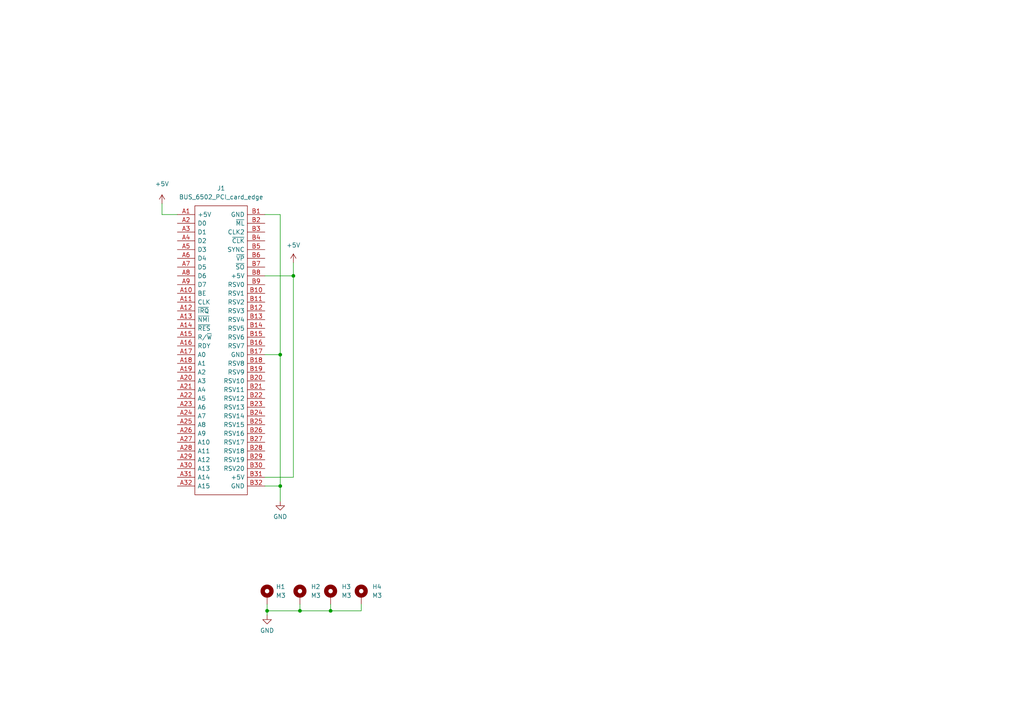
<source format=kicad_sch>
(kicad_sch (version 20211123) (generator eeschema)
  (paper "A4")
  (title_block (title "Eater 6502 - Card") (date "2023-03-01") (rev "0") (company "Microcode.io"))
  (lib_symbols
    (symbol "Eater6502_Bus:BUS_6502_PCI_card_edge" (pin_names (offset 0.762))
      (property "Reference" "J" (at 21.59 7.62 0))
      (property "Value" "BUS_6502_PCI_card_edge" (at 21.59 5.08 0))
      (symbol "BUS_6502_PCI_card_edge_0_0"
        (pin power_in line (at 0 0 0) (length 5.08) (name "+5V") (number "A1"))
        (pin bidirectional line (at 0 -22.86 0) (length 5.08) (name "BE") (number "A10"))
        (pin bidirectional line (at 0 -25.4 0) (length 5.08) (name "CLK") (number "A11"))
        (pin bidirectional line (at 0 -27.94 0) (length 5.08) (name "~{IRQ}") (number "A12"))
        (pin bidirectional line (at 0 -30.48 0) (length 5.08) (name "~{NMI}") (number "A13"))
        (pin bidirectional line (at 0 -33.02 0) (length 5.08) (name "~{RES}") (number "A14"))
        (pin bidirectional line (at 0 -35.56 0) (length 5.08) (name "R/~{W}") (number "A15"))
        (pin bidirectional line (at 0 -38.1 0) (length 5.08) (name "RDY") (number "A16"))
        (pin bidirectional line (at 0 -40.64 0) (length 5.08) (name "A0") (number "A17"))
        (pin bidirectional line (at 0 -43.18 0) (length 5.08) (name "A1") (number "A18"))
        (pin bidirectional line (at 0 -45.72 0) (length 5.08) (name "A2") (number "A19"))
        (pin bidirectional line (at 0 -2.54 0) (length 5.08) (name "D0") (number "A2"))
        (pin bidirectional line (at 0 -48.26 0) (length 5.08) (name "A3") (number "A20"))
        (pin bidirectional line (at 0 -50.8 0) (length 5.08) (name "A4") (number "A21"))
        (pin bidirectional line (at 0 -53.34 0) (length 5.08) (name "A5") (number "A22"))
        (pin bidirectional line (at 0 -55.88 0) (length 5.08) (name "A6") (number "A23"))
        (pin bidirectional line (at 0 -58.42 0) (length 5.08) (name "A7") (number "A24"))
        (pin bidirectional line (at 0 -60.96 0) (length 5.08) (name "A8") (number "A25"))
        (pin bidirectional line (at 0 -63.5 0) (length 5.08) (name "A9") (number "A26"))
        (pin bidirectional line (at 0 -66.04 0) (length 5.08) (name "A10") (number "A27"))
        (pin bidirectional line (at 0 -68.58 0) (length 5.08) (name "A11") (number "A28"))
        (pin bidirectional line (at 0 -71.12 0) (length 5.08) (name "A12") (number "A29"))
        (pin bidirectional line (at 0 -5.08 0) (length 5.08) (name "D1") (number "A3"))
        (pin bidirectional line (at 0 -73.66 0) (length 5.08) (name "A13") (number "A30"))
        (pin bidirectional line (at 0 -76.2 0) (length 5.08) (name "A14") (number "A31"))
        (pin bidirectional line (at 0 -78.74 0) (length 5.08) (name "A15") (number "A32"))
        (pin bidirectional line (at 0 -7.62 0) (length 5.08) (name "D2") (number "A4"))
        (pin bidirectional line (at 0 -10.16 0) (length 5.08) (name "D3") (number "A5"))
        (pin bidirectional line (at 0 -12.7 0) (length 5.08) (name "D4") (number "A6"))
        (pin bidirectional line (at 0 -15.24 0) (length 5.08) (name "D5") (number "A7"))
        (pin bidirectional line (at 0 -17.78 0) (length 5.08) (name "D6") (number "A8"))
        (pin bidirectional line (at 0 -20.32 0) (length 5.08) (name "D7") (number "A9"))
        (pin power_in line (at 25.4 0 180) (length 5.08) (name "GND") (number "B1"))
        (pin passive line (at 25.4 -22.86 180) (length 5.08) (name "RSV1") (number "B10"))
        (pin passive line (at 25.4 -25.4 180) (length 5.08) (name "RSV2") (number "B11"))
        (pin passive line (at 25.4 -27.94 180) (length 5.08) (name "RSV3") (number "B12"))
        (pin passive line (at 25.4 -30.48 180) (length 5.08) (name "RSV4") (number "B13"))
        (pin passive line (at 25.4 -33.02 180) (length 5.08) (name "RSV5") (number "B14"))
        (pin passive line (at 25.4 -35.56 180) (length 5.08) (name "RSV6") (number "B15"))
        (pin passive line (at 25.4 -38.1 180) (length 5.08) (name "RSV7") (number "B16"))
        (pin power_in line (at 25.4 -40.64 180) (length 5.08) (name "GND") (number "B17"))
        (pin passive line (at 25.4 -43.18 180) (length 5.08) (name "RSV8") (number "B18"))
        (pin passive line (at 25.4 -45.72 180) (length 5.08) (name "RSV9") (number "B19"))
        (pin bidirectional line (at 25.4 -2.54 180) (length 5.08) (name "~{ML}") (number "B2"))
        (pin passive line (at 25.4 -48.26 180) (length 5.08) (name "RSV10") (number "B20"))
        (pin passive line (at 25.4 -50.8 180) (length 5.08) (name "RSV11") (number "B21"))
        (pin passive line (at 25.4 -53.34 180) (length 5.08) (name "RSV12") (number "B22"))
        (pin passive line (at 25.4 -55.88 180) (length 5.08) (name "RSV13") (number "B23"))
        (pin passive line (at 25.4 -58.42 180) (length 5.08) (name "RSV14") (number "B24"))
        (pin passive line (at 25.4 -60.96 180) (length 5.08) (name "RSV15") (number "B25"))
        (pin passive line (at 25.4 -63.5 180) (length 5.08) (name "RSV16") (number "B26"))
        (pin passive line (at 25.4 -66.04 180) (length 5.08) (name "RSV17") (number "B27"))
        (pin passive line (at 25.4 -68.58 180) (length 5.08) (name "RSV18") (number "B28"))
        (pin passive line (at 25.4 -71.12 180) (length 5.08) (name "RSV19") (number "B29"))
        (pin bidirectional line (at 25.4 -5.08 180) (length 5.08) (name "CLK2") (number "B3"))
        (pin passive line (at 25.4 -73.66 180) (length 5.08) (name "RSV20") (number "B30"))
        (pin power_in line (at 25.4 -76.2 180) (length 5.08) (name "+5V") (number "B31"))
        (pin power_in line (at 25.4 -78.74 180) (length 5.08) (name "GND") (number "B32"))
        (pin bidirectional line (at 25.4 -7.62 180) (length 5.08) (name "~{CLK}") (number "B4"))
        (pin bidirectional line (at 25.4 -10.16 180) (length 5.08) (name "SYNC") (number "B5"))
        (pin bidirectional line (at 25.4 -12.7 180) (length 5.08) (name "~{VP}") (number "B6"))
        (pin bidirectional line (at 25.4 -15.24 180) (length 5.08) (name "~{SO}") (number "B7"))
        (pin power_in line (at 25.4 -17.78 180) (length 5.08) (name "+5V") (number "B8"))
        (pin passive line (at 25.4 -20.32 180) (length 5.08) (name "RSV0") (number "B9"))
      )
      (symbol "BUS_6502_PCI_card_edge_0_1"
        (polyline (pts (xy 5.08 2.54) (xy 20.32 2.54) (xy 20.32 -81.28) (xy 5.08 -81.28) (xy 5.08 2.54)) (stroke (width 0.1524)))
      )
    )
    (symbol "Mechanical:MountingHole_Pad" (pin_numbers hide) (pin_names (offset 1.016) hide)
      (property "Reference" "H" (at 0 6.35 0))
      (property "Value" "MountingHole_Pad" (at 0 4.445 0))
      (symbol "MountingHole_Pad_0_1"
        (circle (center 0 1.27) (radius 1.27) (stroke (width 1.27)))
      )
      (symbol "MountingHole_Pad_1_1"
        (pin input line (at 0 -2.54 90) (length 2.54) (name "1") (number "1"))
      )
    )
    (symbol "power:+5V" (power) (pin_names (offset 0))
      (property "Value" "+5V" (at 0 3.556 0))
      (symbol "+5V_0_1"
        (polyline (pts (xy -0.762 1.27) (xy 0 2.54)))
        (polyline (pts (xy 0 0) (xy 0 2.54)))
        (polyline (pts (xy 0 2.54) (xy 0.762 1.27)))
      )
      (symbol "+5V_1_1"
        (pin power_in line (at 0 0 90) (length 0) hide (name "+5V") (number "1"))
      )
    )
    (symbol "power:GND" (power) (pin_names (offset 0))
      (property "Value" "GND" (at 0 -3.81 0))
      (symbol "GND_0_1"
        (polyline (pts (xy 0 0) (xy 0 -1.27) (xy 1.27 -1.27) (xy 0 -2.54) (xy -1.27 -1.27) (xy 0 -1.27)))
      )
      (symbol "GND_1_1"
        (pin power_in line (at 0 0 270) (length 0) hide (name "GND") (number "1"))
      )
    )
  )
  (junction (at 86.995 177.165))
  (junction (at 81.28 140.97))
  (junction (at 77.47 177.165))
  (junction (at 95.885 177.165))
  (junction (at 85.09 80.01))
  (junction (at 81.28 102.87))
  (wire (pts (xy 104.775 175.26) (xy 104.775 177.165)))
  (wire (pts (xy 86.995 177.165) (xy 77.47 177.165)))
  (wire (pts (xy 81.28 140.97) (xy 81.28 145.415)))
  (wire (pts (xy 86.995 175.26) (xy 86.995 177.165)))
  (wire (pts (xy 76.835 140.97) (xy 81.28 140.97)))
  (wire (pts (xy 76.835 80.01) (xy 85.09 80.01)))
  (wire (pts (xy 76.835 138.43) (xy 85.09 138.43)))
  (wire (pts (xy 95.885 177.165) (xy 86.995 177.165)))
  (wire (pts (xy 77.47 177.165) (xy 77.47 178.435)))
  (wire (pts (xy 85.09 80.01) (xy 85.09 138.43)))
  (wire (pts (xy 85.09 76.2) (xy 85.09 80.01)))
  (wire (pts (xy 81.28 62.23) (xy 81.28 102.87)))
  (wire (pts (xy 104.775 177.165) (xy 95.885 177.165)))
  (wire (pts (xy 95.885 175.26) (xy 95.885 177.165)))
  (wire (pts (xy 51.435 62.23) (xy 46.99 62.23)))
  (wire (pts (xy 77.47 175.26) (xy 77.47 177.165)))
  (wire (pts (xy 76.835 62.23) (xy 81.28 62.23)))
  (wire (pts (xy 46.99 59.055) (xy 46.99 62.23)))
  (wire (pts (xy 81.28 102.87) (xy 81.28 140.97)))
  (wire (pts (xy 76.835 102.87) (xy 81.28 102.87)))
  (symbol (lib_id "power:GND") (at 81.28 145.415 0) (unit 1)
    (property "Reference" "#PWR0102" (effects hide))
    (property "Value" "GND" (at 81.28 149.86 0))
  )
  (symbol (lib_id "Eater6502_Bus:BUS_6502_PCI_card_edge") (at 51.435 62.23 0) (unit 1)
    (property "Reference" "J1" (at 64.135 54.61 0))
    (property "Value" "BUS_6502_PCI_card_edge" (at 64.135 57.15 0))
    (property "Footprint" "6502_Library:BUS_Eater6502_PCI_x4" (effects hide))
    (property "Datasheet" "https://www.molex.com/pdm_docs/sd/877159100_sd.pdf" (effects hide))
    (property "Description" "PCI Express / PCI Connectors PCI Express EdgeCard 64ckt Ny46 Blk PhBr" (effects hide))
    (property "Height" "11.25" (effects hide))
    (property "Mouser Part Number" "538-87715-9100" (effects hide))
    (property "Mouser Price/Stock" "https://www.mouser.co.uk/ProductDetail/Molex/87715-9100?qs=Yt4guSsLbcr98%252BLJODnyUQ%3D%3D" (effects hide))
    (property "Manufacturer_Name" "Molex" (effects hide))
    (property "Manufacturer_Part_Number" "87715-9100" (effects hide))
  )
  (symbol (lib_id "Mechanical:MountingHole_Pad") (at 104.775 172.72 0) (unit 1)
    (property "Reference" "H4" (at 107.95 170.1799 0) (effects (justify left)))
    (property "Value" "M3" (at 107.95 172.7199 0) (effects (justify left)))
    (property "Footprint" "MountingHole:MountingHole_3.2mm_M3_Pad_Via" (effects hide))
  )
  (symbol (lib_id "power:+5V") (at 46.99 59.055 0) (unit 1)
    (property "Reference" "#PWR0103" (effects hide))
    (property "Value" "+5V" (at 46.99 53.34 0))
  )
  (symbol (lib_id "Mechanical:MountingHole_Pad") (at 86.995 172.72 0) (unit 1)
    (property "Reference" "H2" (at 90.17 170.1799 0) (effects (justify left)))
    (property "Value" "M3" (at 90.17 172.7199 0) (effects (justify left)))
    (property "Footprint" "MountingHole:MountingHole_3.2mm_M3_Pad_Via" (effects hide))
  )
  (symbol (lib_id "power:GND") (at 77.47 178.435 0) (unit 1)
    (property "Reference" "#PWR0101" (effects hide))
    (property "Value" "GND" (at 77.47 182.88 0))
  )
  (symbol (lib_id "Mechanical:MountingHole_Pad") (at 77.47 172.72 0) (unit 1)
    (property "Reference" "H1" (at 80.01 170.1799 0) (effects (justify left)))
    (property "Value" "M3" (at 80.01 172.7199 0) (effects (justify left)))
    (property "Footprint" "MountingHole:MountingHole_3.2mm_M3_Pad_Via" (effects hide))
  )
  (symbol (lib_id "power:+5V") (at 85.09 76.2 0) (unit 1)
    (property "Reference" "#PWR0104" (effects hide))
    (property "Value" "+5V" (at 85.09 71.12 0))
  )
  (symbol (lib_id "Mechanical:MountingHole_Pad") (at 95.885 172.72 0) (unit 1)
    (property "Reference" "H3" (at 99.06 170.1799 0) (effects (justify left)))
    (property "Value" "M3" (at 99.06 172.7199 0) (effects (justify left)))
    (property "Footprint" "MountingHole:MountingHole_3.2mm_M3_Pad_Via" (effects hide))
  )
)
</source>
